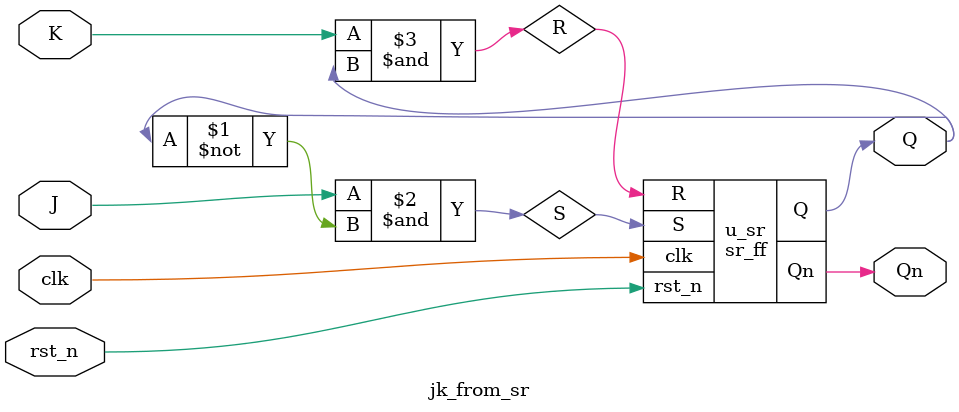
<source format=v>
`timescale 1ns / 1ps
module sr_ff (
    input  wire S,        // Set
    input  wire R,        // Reset
    input  wire clk,      // Clock
    input  wire rst_n,    // Active-low reset
    output reg  Q,        // Output
    output wire Qn        // Complement
);
    assign Qn = ~Q;

    always @(posedge clk or negedge rst_n) begin
        if (!rst_n)
            Q <= 1'b0;
        else begin
            case ({S, R})
                2'b00: Q <= Q;     // Hold
                2'b01: Q <= 1'b0;  // Reset
                2'b10: Q <= 1'b1;  // Set
                2'b11: Q <= Q;     // Prevent invalid state
            endcase
        end
    end
endmodule
module jk_from_sr (
    input  wire J,
    input  wire K,
    input  wire clk,
    input  wire rst_n,
    output wire Q,
    output wire Qn
);
    wire S, R;

    // SR generation from JK
    assign S = J & ~Q;
    assign R = K & Q;

    // SR Flip-Flop instance
    sr_ff u_sr (
        .S(S),
        .R(R),
        .clk(clk),
        .rst_n(rst_n),
        .Q(Q),
        .Qn(Qn)
    );
endmodule


</source>
